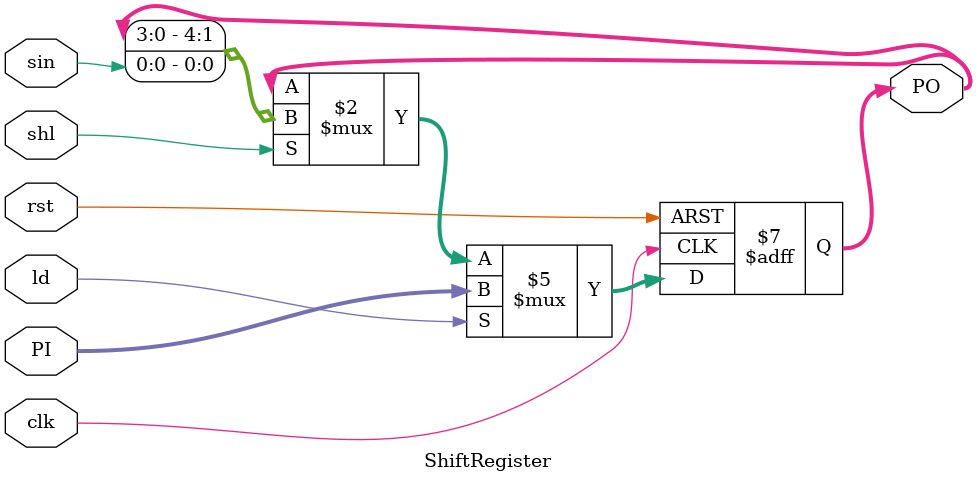
<source format=v>
`timescale 1 ns / 1 ns
module ShiftRegister (PI, clk, rst, sin, ld, shl, PO);
parameter n=5;
input clk, rst, sin, ld, shl;
input[n-1:0] PI;
output reg[n-1:0] PO;

	always@(posedge clk, posedge rst)begin
		if(rst)
			PO <= 0;
		else if (ld) 
			PO <= PI;
		else if (shl) 
			PO <= {PO[n-2:0], sin};
	end

endmodule

</source>
